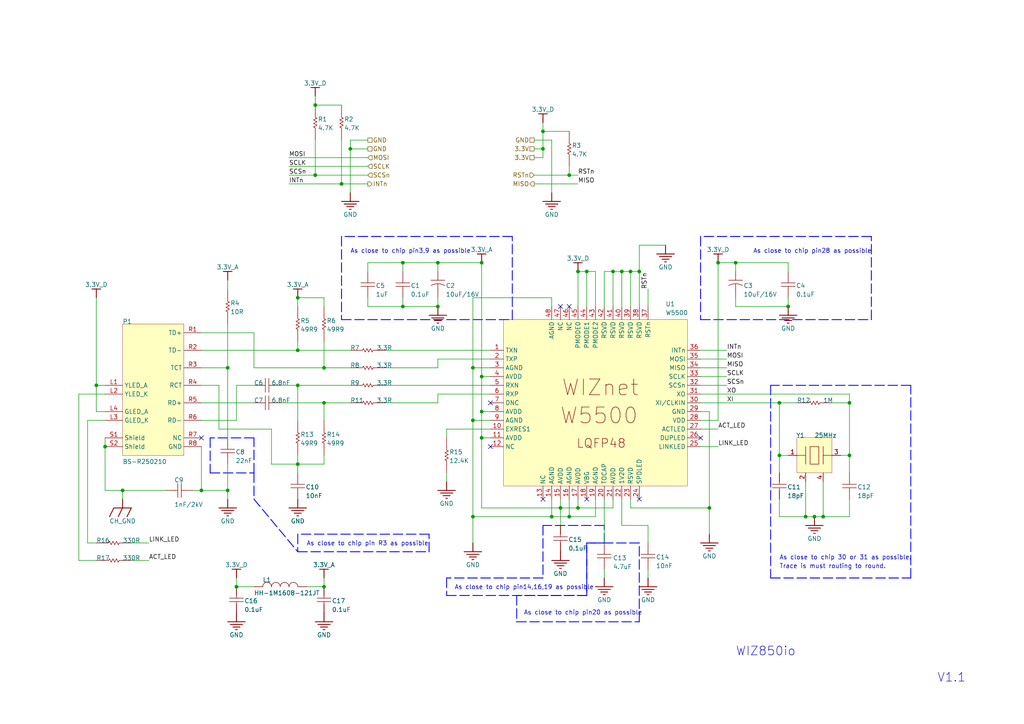
<source format=kicad_sch>
(kicad_sch (version 20250114) (generator "eeschema") (generator_version "9.0")
  (paper "A4")
  (lib_symbols
    (symbol "WIZ850io_SCH_V110-altium-import:3.3V_A_BAR" (power)
      (property "Value" "3.3V_A" (at 0 -3.81 0))
      (symbol "3.3V_A_BAR_0_0"
        (polyline (pts (xy -1.27 -2.54) (xy 1.27 -2.54)) (stroke (width 0.254)))
        (polyline (pts (xy 0 0) (xy 0 -2.54)) (stroke (width 0.254)))
        (pin power_in line (at 0 0 0) (length 0) (hide yes) (name "3.3V_A") (number ""))
      )
    )
    (symbol "WIZ850io_SCH_V110-altium-import:3.3V_D_BAR" (power)
      (property "Value" "3.3V_D" (at 0 -3.81 0))
      (symbol "3.3V_D_BAR_0_0"
        (polyline (pts (xy -1.27 -2.54) (xy 1.27 -2.54)) (stroke (width 0.254)))
        (polyline (pts (xy 0 0) (xy 0 -2.54)) (stroke (width 0.254)))
        (pin power_in line (at 0 0 0) (length 0) (hide yes) (name "3.3V_D") (number ""))
      )
    )
    (symbol "WIZ850io_SCH_V110-altium-import:CH_GND_EARTH" (power)
      (property "Value" "CH_GND" (at 0 -6.35 0))
      (symbol "CH_GND_EARTH_0_0"
        (polyline (pts (xy -3.81 -5.08) (xy -2.54 -2.54) (xy 2.54 -2.54) (xy 1.27 -5.08)) (stroke (width 0.254)))
        (polyline (pts (xy 0 0) (xy 0 -2.54)) (stroke (width 0.254)))
        (polyline (pts (xy 0 -2.54) (xy -1.27 -5.08)) (stroke (width 0.254)))
        (pin power_in line (at 0 0 0) (length 0) (hide yes) (name "CH_GND") (number ""))
      )
    )
    (symbol "WIZ850io_SCH_V110-altium-import:GND_POWER_GROUND" (power)
      (property "Value" "GND" (at 0 -6.35 0))
      (symbol "GND_POWER_GROUND_0_0"
        (polyline (pts (xy -2.54 -2.54) (xy 2.54 -2.54)) (stroke (width 0.254)))
        (polyline (pts (xy -1.778 -3.302) (xy 1.778 -3.302)) (stroke (width 0.254)))
        (polyline (pts (xy -1.016 -4.064) (xy 1.016 -4.064)) (stroke (width 0.254)))
        (polyline (pts (xy -0.254 -4.826) (xy 0.254 -4.826)) (stroke (width 0.254)))
        (polyline (pts (xy 0 0) (xy 0 -2.54)) (stroke (width 0.254)))
        (pin power_in line (at 0 0 0) (length 0) (hide yes) (name "GND") (number ""))
      )
    )
    (symbol "WIZ850io_SCH_V110-altium-import:root_0_CAP-0402_Scott_lib.IntLib" (pin_numbers (hide yes)) (pin_names (hide yes))
      (symbol "root_0_CAP-0402_Scott_lib.IntLib_1_0"
        (polyline (pts (xy 0 -2.54) (xy 0.762 -2.54)))
        (polyline (pts (xy 0.762 -4.572) (xy 0.762 -0.508)))
        (polyline (pts (xy 1.778 -0.508) (xy 1.778 -4.572)))
        (polyline (pts (xy 2.54 -2.54) (xy 1.778 -2.54)))
        (pin passive line (at -2.54 -2.54 0) (length 2.54) (name "1") (number "1"))
        (pin passive line (at 5.08 -2.54 180) (length 2.54) (name "2") (number "2"))
      )
    )
    (symbol "WIZ850io_SCH_V110-altium-import:root_0_IND-0603_Scott_lib.IntLib" (pin_numbers (hide yes)) (pin_names (hide yes))
      (symbol "root_0_IND-0603_Scott_lib.IntLib_1_0"
        (arc (start -3.81 1.27) (mid -2.912 0.898) (end -2.54 0))
        (arc (start -5.08 0) (mid -4.708 0.898) (end -3.81 1.27))
        (arc (start -1.27 1.27) (mid -0.372 0.898) (end 0 0))
        (arc (start -2.54 0) (mid -2.168 0.898) (end -1.27 1.27))
        (arc (start 0 0) (mid 0.372 0.898) (end 1.27 1.27))
        (arc (start 1.27 1.27) (mid 2.168 0.898) (end 2.54 0))
        (arc (start 2.54 0) (mid 2.912 0.898) (end 3.81 1.27))
        (arc (start 3.81 1.27) (mid 4.708 0.898) (end 5.08 0))
        (pin passive line (at -7.62 0 0) (length 2.54) (name "1") (number "1"))
        (pin passive line (at 7.62 0 180) (length 2.54) (name "2") (number "2"))
      )
    )
    (symbol "WIZ850io_SCH_V110-altium-import:root_0_OSC-82J0626-25MHz_Scott_lib.IntLib" (pin_names (hide yes))
      (symbol "root_0_OSC-82J0626-25MHz_Scott_lib.IntLib_1_0"
        (polyline (pts (xy -5.08 2.54) (xy -2.54 2.54) (xy -2.54 5.08) (xy -2.54 0)))
        (polyline (pts (xy -1.27 5.08) (xy -1.27 0) (xy 1.27 0) (xy 1.27 5.08) (xy -1.27 5.08)))
        (polyline (pts (xy 2.54 2.54) (xy 2.54 5.08)))
        (polyline (pts (xy 2.54 2.54) (xy 2.54 0)))
        (polyline (pts (xy 2.54 2.54) (xy 5.08 2.54)))
        (rectangle (start 5.08 7.62) (end -5.08 -2.54) (stroke (width 0.0254) (color 128 0 0 1)) (fill (type background)))
        (pin passive line (at -7.62 2.54 0) (length 2.54) (name "1") (number "1"))
        (pin passive line (at -2.54 -5.08 90) (length 2.54) (name "2") (number "2"))
        (pin passive line (at 2.54 -5.08 90) (length 2.54) (name "4") (number "4"))
        (pin passive line (at 7.62 2.54 180) (length 2.54) (name "3") (number "3"))
      )
    )
    (symbol "WIZ850io_SCH_V110-altium-import:root_0_RES-0402_Scott_lib.IntLib" (pin_numbers (hide yes)) (pin_names (hide yes))
      (symbol "root_0_RES-0402_Scott_lib.IntLib_1_0"
        (polyline (pts (xy 2.54 0) (xy 1.524 0) (xy 1.27 -0.508) (xy 0.762 0.508) (xy 0.254 -0.508) (xy -0.254 0.508) (xy -0.762 -0.508) (xy -1.27 0.508) (xy -1.524 0) (xy -2.54 0)))
        (pin passive line (at -5.08 0 0) (length 2.54) (name "1") (number "1"))
        (pin passive line (at 5.08 0 180) (length 2.54) (name "2") (number "2"))
      )
    )
    (symbol "WIZ850io_SCH_V110-altium-import:root_0_W5500_WIZnet Open-source Hardware Library V1.0.intlib"
      (symbol "root_0_W5500_WIZnet Open-source Hardware Library V1.0.intlib_1_0"
        (rectangle (start 53.34 0) (end 0 -48.26) (stroke (width 0.0254) (color 128 0 0 1)) (fill (type background)))
        (text "LQFP48" (at 35.56 -37.338 0) (effects (font (size 2.54 2.54)) (justify right bottom)))
        (text "W5500" (at 39.116 -30.48 0) (effects (font (size 4.572 4.572)) (justify right bottom)))
        (text "WIZnet" (at 39.37 -22.352 0) (effects (font (size 4.572 4.572)) (justify right bottom)))
        (pin passive line (at -3.81 -8.89 0) (length 3.81) (name "TXN") (number "1"))
        (pin passive line (at -3.81 -11.43 0) (length 3.81) (name "TXP") (number "2"))
        (pin passive line (at -3.81 -13.97 0) (length 3.81) (name "AGND") (number "3"))
        (pin passive line (at -3.81 -16.51 0) (length 3.81) (name "AVDD") (number "4"))
        (pin passive line (at -3.81 -19.05 0) (length 3.81) (name "RXN") (number "5"))
        (pin passive line (at -3.81 -21.59 0) (length 3.81) (name "RXP") (number "6"))
        (pin passive line (at -3.81 -24.13 0) (length 3.81) (name "DNC") (number "7"))
        (pin passive line (at -3.81 -26.67 0) (length 3.81) (name "AVDD") (number "8"))
        (pin passive line (at -3.81 -29.21 0) (length 3.81) (name "AGND") (number "9"))
        (pin passive line (at -3.81 -31.75 0) (length 3.81) (name "EXRES1") (number "10"))
        (pin passive line (at -3.81 -34.29 0) (length 3.81) (name "AVDD") (number "11"))
        (pin passive line (at -3.81 -36.83 0) (length 3.81) (name "NC") (number "12"))
        (pin passive line (at 11.43 -52.07 90) (length 3.81) (name "NC") (number "13"))
        (pin passive line (at 13.97 3.81 270) (length 3.81) (name "AGND") (number "48"))
        (pin passive line (at 13.97 -52.07 90) (length 3.81) (name "AGND") (number "14"))
        (pin passive line (at 16.51 3.81 270) (length 3.81) (name "NC") (number "47"))
        (pin passive line (at 16.51 -52.07 90) (length 3.81) (name "AVDD") (number "15"))
        (pin passive line (at 19.05 3.81 270) (length 3.81) (name "NC") (number "46"))
        (pin passive line (at 19.05 -52.07 90) (length 3.81) (name "AGND") (number "16"))
        (pin passive line (at 21.59 3.81 270) (length 3.81) (name "PMODE0") (number "45"))
        (pin passive line (at 21.59 -52.07 90) (length 3.81) (name "AVDD") (number "17"))
        (pin passive line (at 24.13 3.81 270) (length 3.81) (name "PMODE1") (number "44"))
        (pin passive line (at 24.13 -52.07 90) (length 3.81) (name "VBG") (number "18"))
        (pin passive line (at 26.67 3.81 270) (length 3.81) (name "PMODE2") (number "43"))
        (pin passive line (at 26.67 -52.07 90) (length 3.81) (name "AGND") (number "19"))
        (pin passive line (at 29.21 3.81 270) (length 3.81) (name "RSVD") (number "42"))
        (pin passive line (at 29.21 -52.07 90) (length 3.81) (name "TOCAP") (number "20"))
        (pin passive line (at 31.75 3.81 270) (length 3.81) (name "RSVD") (number "41"))
        (pin passive line (at 31.75 -52.07 90) (length 3.81) (name "AVDD") (number "21"))
        (pin passive line (at 34.29 3.81 270) (length 3.81) (name "RSVD") (number "40"))
        (pin passive line (at 34.29 -52.07 90) (length 3.81) (name "1V2O") (number "22"))
        (pin passive line (at 36.83 3.81 270) (length 3.81) (name "RSVD") (number "39"))
        (pin passive line (at 36.83 -52.07 90) (length 3.81) (name "RSVD") (number "23"))
        (pin passive line (at 39.37 3.81 270) (length 3.81) (name "RSVD") (number "38"))
        (pin passive line (at 39.37 -52.07 90) (length 3.81) (name "SPDLED") (number "24"))
        (pin passive line (at 41.91 3.81 270) (length 3.81) (name "RSTn") (number "37"))
        (pin passive line (at 57.15 -8.89 180) (length 3.81) (name "INTn") (number "36"))
        (pin passive line (at 57.15 -11.43 180) (length 3.81) (name "MOSI") (number "35"))
        (pin passive line (at 57.15 -13.97 180) (length 3.81) (name "MISO") (number "34"))
        (pin passive line (at 57.15 -16.51 180) (length 3.81) (name "SCLK") (number "33"))
        (pin passive line (at 57.15 -19.05 180) (length 3.81) (name "SCSn") (number "32"))
        (pin passive line (at 57.15 -21.59 180) (length 3.81) (name "XO") (number "31"))
        (pin passive line (at 57.15 -24.13 180) (length 3.81) (name "XI/CLKIN") (number "30"))
        (pin passive line (at 57.15 -26.67 180) (length 3.81) (name "GND") (number "29"))
        (pin passive line (at 57.15 -29.21 180) (length 3.81) (name "VDD") (number "28"))
        (pin passive line (at 57.15 -31.75 180) (length 3.81) (name "ACTLED") (number "27"))
        (pin passive line (at 57.15 -34.29 180) (length 3.81) (name "DUPLED") (number "26"))
        (pin passive line (at 57.15 -36.83 180) (length 3.81) (name "LINKLED") (number "25"))
      )
    )
    (symbol "WIZ850io_SCH_V110-altium-import:root_0_mirrored_BS-R250210_Edward.IntLib"
      (symbol "root_0_mirrored_BS-R250210_Edward.IntLib_1_0"
        (rectangle (start 2.54 20.32) (end -15.24 -17.78) (stroke (width 0.0254) (color 128 0 0 1)) (fill (type background)))
        (pin passive line (at -20.32 2.54 0) (length 5.08) (name "YLED_A") (number "L1"))
        (pin passive line (at -20.32 0 0) (length 5.08) (name "YLED_K") (number "L2"))
        (pin passive line (at -20.32 -5.08 0) (length 5.08) (name "GLED_A") (number "L4"))
        (pin passive line (at -20.32 -7.62 0) (length 5.08) (name "GLED_K") (number "L3"))
        (pin passive line (at -20.32 -12.7 0) (length 5.08) (name "Shield") (number "S1"))
        (pin passive line (at -20.32 -15.24 0) (length 5.08) (name "Shield") (number "S2"))
        (pin passive line (at 7.62 17.78 180) (length 5.08) (name "TD+") (number "R1"))
        (pin passive line (at 7.62 12.7 180) (length 5.08) (name "TD-") (number "R2"))
        (pin passive line (at 7.62 7.62 180) (length 5.08) (name "TCT") (number "R3"))
        (pin passive line (at 7.62 2.54 180) (length 5.08) (name "RCT") (number "R4"))
        (pin passive line (at 7.62 -2.54 180) (length 5.08) (name "RD+") (number "R5"))
        (pin passive line (at 7.62 -7.62 180) (length 5.08) (name "RD-") (number "R6"))
        (pin passive line (at 7.62 -12.7 180) (length 5.08) (name "NC") (number "R7"))
        (pin passive line (at 7.62 -15.24 180) (length 5.08) (name "GND") (number "R8"))
      )
    )
    (symbol "WIZ850io_SCH_V110-altium-import:root_1_CAP-0402_Scott_lib.IntLib" (pin_numbers (hide yes)) (pin_names (hide yes))
      (symbol "root_1_CAP-0402_Scott_lib.IntLib_1_0"
        (polyline (pts (xy 0.508 1.778) (xy 4.572 1.778)))
        (polyline (pts (xy 2.54 2.54) (xy 2.54 1.778)))
        (polyline (pts (xy 2.54 0) (xy 2.54 0.762)))
        (polyline (pts (xy 4.572 0.762) (xy 0.508 0.762)))
        (pin passive line (at 2.54 5.08 270) (length 2.54) (name "2") (number "2"))
        (pin passive line (at 2.54 -2.54 90) (length 2.54) (name "1") (number "1"))
      )
    )
    (symbol "WIZ850io_SCH_V110-altium-import:root_1_CAP-0805_Scott_lib.IntLib" (pin_numbers (hide yes)) (pin_names (hide yes))
      (symbol "root_1_CAP-0805_Scott_lib.IntLib_1_0"
        (polyline (pts (xy 0.508 1.778) (xy 4.572 1.778)))
        (polyline (pts (xy 2.54 2.54) (xy 2.54 1.778)))
        (polyline (pts (xy 2.54 0) (xy 2.54 0.762)))
        (polyline (pts (xy 4.572 0.762) (xy 0.508 0.762)))
        (pin passive line (at 2.54 5.08 270) (length 2.54) (name "2") (number "2"))
        (pin passive line (at 2.54 -2.54 90) (length 2.54) (name "1") (number "1"))
      )
    )
    (symbol "WIZ850io_SCH_V110-altium-import:root_1_RES-0402_Scott_lib.IntLib" (pin_numbers (hide yes)) (pin_names (hide yes))
      (symbol "root_1_RES-0402_Scott_lib.IntLib_1_0"
        (polyline (pts (xy 0 2.54) (xy 0 1.524) (xy 0.508 1.27) (xy -0.508 0.762) (xy 0.508 0.254) (xy -0.508 -0.254) (xy 0.508 -0.762) (xy -0.508 -1.27) (xy 0 -1.524) (xy 0 -2.54)))
        (pin passive line (at 0 5.08 270) (length 2.54) (name "2") (number "2"))
        (pin passive line (at 0 -5.08 90) (length 2.54) (name "1") (number "1"))
      )
    )
    (symbol "WIZ850io_SCH_V110-altium-import:root_2_CAP-1808_Scott_lib.IntLib" (pin_numbers (hide yes)) (pin_names (hide yes))
      (symbol "root_2_CAP-1808_Scott_lib.IntLib_1_0"
        (polyline (pts (xy -2.54 2.54) (xy -1.778 2.54)))
        (polyline (pts (xy -1.778 0.508) (xy -1.778 4.572)))
        (polyline (pts (xy -0.762 4.572) (xy -0.762 0.508)))
        (polyline (pts (xy 0 2.54) (xy -0.762 2.54)))
        (pin passive line (at -5.08 2.54 0) (length 2.54) (name "2") (number "2"))
        (pin passive line (at 2.54 2.54 180) (length 2.54) (name "1") (number "1"))
      )
    )
    (symbol "WIZ850io_SCH_V110-altium-import:root_3_CAP-A Size_Scott_lib.IntLib" (pin_numbers (hide yes)) (pin_names (hide yes))
      (symbol "root_3_CAP-A Size_Scott_lib.IntLib_1_0"
        (polyline (pts (xy -4.572 0) (xy -0.508 0)))
        (arc (start -4.5103 -1.5255) (mid -3.5576 -1.1454) (end -2.54 -1.016))
        (polyline (pts (xy -2.54 -1.016) (xy -2.54 -2.54)))
        (arc (start -2.54 -1.016) (mid -1.5225 -1.1454) (end -0.5697 -1.5255))
        (pin passive line (at -2.54 2.54 270) (length 2.54) (name "1") (number "1"))
        (pin passive line (at -2.54 -5.08 90) (length 2.54) (name "2") (number "2"))
      )
    )
  )
  (text "As close to chip pin14,16,19 as possible" (at 131.826 171.196 0) (effects (font (size 1.27 1.27)) (justify left bottom)))
  (text "V1.1" (at 271.78 198.12 0) (effects (font (size 2.54 2.54)) (justify left bottom)))
  (text "As close to chip pin20 as possible" (at 151.892 178.562 0) (effects (font (size 1.27 1.27)) (justify left bottom)))
  (text "As close to chip pin28 as possible" (at 218.44 73.66 0) (effects (font (size 1.27 1.27)) (justify left bottom)))
  (text "As close to chip 30 or 31 as possible." (at 226.06 162.56 0) (effects (font (size 1.27 1.27)) (justify left bottom)))
  (text "Trace is must routing to round." (at 226.06 165.1 0) (effects (font (size 1.27 1.27)) (justify left bottom)))
  (text "As close to chip pin R3 as possible" (at 88.9 158.496 0) (effects (font (size 1.27 1.27)) (justify left bottom)))
  (text "As close to chip pin3,9 as possible" (at 101.6 73.66 0) (effects (font (size 1.27 1.27)) (justify left bottom)))
  (text "WIZ850io" (at 213.36 190.5 0) (effects (font (size 2.54 2.54)) (justify left bottom)))
  (junction (at 66.04 142.24))
  (junction (at 139.7 76.2))
  (junction (at 162.56 147.32))
  (junction (at 35.56 142.24))
  (junction (at 139.7 109.22))
  (junction (at 185.42 78.74))
  (junction (at 91.44 50.8))
  (junction (at 226.06 132.08))
  (junction (at 86.36 101.6))
  (junction (at 167.64 78.74))
  (junction (at 116.84 76.2))
  (junction (at 127 88.9))
  (junction (at 58.42 142.24))
  (junction (at 165.1 50.8))
  (junction (at 86.36 86.36))
  (junction (at 182.88 78.74))
  (junction (at 139.7 127))
  (junction (at 91.44 30.48))
  (junction (at 101.6 43.18))
  (junction (at 205.74 147.32))
  (junction (at 213.36 76.2))
  (junction (at 137.16 149.86))
  (junction (at 68.58 170.18))
  (junction (at 157.48 38.1))
  (junction (at 99.06 53.34))
  (junction (at 93.98 116.84))
  (junction (at 238.76 149.86))
  (junction (at 86.36 111.76))
  (junction (at 177.8 78.74))
  (junction (at 180.34 78.74))
  (junction (at 233.68 149.86))
  (junction (at 226.06 116.84))
  (junction (at 127 76.2))
  (junction (at 93.98 170.18))
  (junction (at 246.38 116.84))
  (junction (at 228.6 88.9))
  (junction (at 27.94 111.76))
  (junction (at 246.38 132.08))
  (junction (at 137.16 121.92))
  (junction (at 157.48 43.18))
  (junction (at 86.36 134.62))
  (junction (at 160.02 149.86))
  (junction (at 208.28 76.2))
  (junction (at 66.04 106.68))
  (junction (at 93.98 106.68))
  (junction (at 116.84 88.9))
  (junction (at 139.7 119.38))
  (junction (at 170.18 78.74))
  (junction (at 137.16 106.68))
  (junction (at 30.48 129.54))
  (junction (at 167.64 147.32))
  (junction (at 165.1 149.86))
  (junction (at 236.22 149.86))
  (no_connect (at 170.18 144.78))
  (no_connect (at 58.42 127))
  (no_connect (at 185.42 144.78))
  (no_connect (at 165.1 88.9))
  (no_connect (at 203.2 127))
  (no_connect (at 162.56 88.9))
  (no_connect (at 157.48 144.78))
  (no_connect (at 142.24 129.54))
  (no_connect (at 142.24 116.84))
  (wire (pts (xy 83.82 48.26) (xy 106.68 48.26)))
  (wire (pts (xy 137.16 86.36) (xy 137.16 106.68)))
  (wire (pts (xy 185.42 78.74) (xy 185.42 71.12)))
  (wire (pts (xy 58.42 129.54) (xy 58.42 142.24)))
  (wire (pts (xy 106.68 43.18) (xy 101.6 43.18)))
  (wire (pts (xy 177.8 78.74) (xy 180.34 78.74)))
  (wire (pts (xy 91.44 27.94) (xy 91.44 30.48)))
  (wire (pts (xy 99.06 40.64) (xy 99.06 53.34)))
  (wire (pts (xy 68.58 121.92) (xy 58.42 121.92)))
  (wire (pts (xy 238.76 149.86) (xy 246.38 149.86)))
  (wire (pts (xy 106.68 40.64) (xy 101.6 40.64)))
  (wire (pts (xy 101.6 43.18) (xy 101.6 55.88)))
  (wire (pts (xy 162.56 147.32) (xy 139.7 147.32)))
  (wire (pts (xy 226.06 149.86) (xy 226.06 144.78)))
  (polyline (pts (xy 124.46 160.02) (xy 124.46 154.94)) (stroke (width 0.254) (type dash) (color 0 0 255 1)))
  (wire (pts (xy 236.22 149.86) (xy 238.76 149.86)))
  (wire (pts (xy 30.48 142.24) (xy 35.56 142.24)))
  (wire (pts (xy 81.28 116.84) (xy 93.98 116.84)))
  (wire (pts (xy 137.16 121.92) (xy 137.16 149.86)))
  (wire (pts (xy 25.4 157.48) (xy 27.94 157.48)))
  (wire (pts (xy 63.5 111.76) (xy 63.5 124.46)))
  (wire (pts (xy 246.38 116.84) (xy 246.38 132.08)))
  (wire (pts (xy 86.36 121.92) (xy 86.36 111.76)))
  (wire (pts (xy 116.84 86.36) (xy 116.84 88.9)))
  (wire (pts (xy 38.1 157.48) (xy 43.18 157.48)))
  (wire (pts (xy 142.24 106.68) (xy 137.16 106.68)))
  (wire (pts (xy 86.36 86.36) (xy 93.98 86.36)))
  (wire (pts (xy 187.96 152.4) (xy 187.96 157.48)))
  (wire (pts (xy 177.8 144.78) (xy 177.8 147.32)))
  (wire (pts (xy 170.18 78.74) (xy 172.72 78.74)))
  (wire (pts (xy 246.38 132.08) (xy 246.38 137.16)))
  (wire (pts (xy 208.28 121.92) (xy 208.28 76.2)))
  (wire (pts (xy 226.06 116.84) (xy 231.14 116.84)))
  (polyline (pts (xy 175.26 157.48) (xy 175.26 152.4)) (stroke (width 0.254) (type dash) (color 0 0 255 1)))
  (polyline (pts (xy 99.06 68.58) (xy 99.06 92.71)) (stroke (width 0.254) (type dash) (color 0 0 255 1)))
  (wire (pts (xy 86.36 111.76) (xy 81.28 111.76)))
  (wire (pts (xy 187.96 167.64) (xy 187.96 165.1)))
  (wire (pts (xy 38.1 162.56) (xy 43.18 162.56)))
  (wire (pts (xy 185.42 71.12) (xy 193.04 71.12)))
  (wire (pts (xy 185.42 78.74) (xy 185.42 88.9)))
  (polyline (pts (xy 252.73 92.71) (xy 252.73 68.58)) (stroke (width 0.254) (type dash) (color 0 0 255 1)))
  (wire (pts (xy 99.06 53.34) (xy 106.68 53.34)))
  (wire (pts (xy 162.56 152.4) (xy 162.56 147.32)))
  (polyline (pts (xy 170.18 172.72) (xy 170.18 157.48)) (stroke (width 0.254) (type dash) (color 0 0 255 1)))
  (wire (pts (xy 91.44 50.8) (xy 106.68 50.8)))
  (wire (pts (xy 142.24 114.3) (xy 127 114.3)))
  (wire (pts (xy 93.98 106.68) (xy 73.66 106.68)))
  (polyline (pts (xy 264.16 111.76) (xy 223.52 111.76)) (stroke (width 0.254) (type dash) (color 0 0 255 1)))
  (wire (pts (xy 167.64 147.32) (xy 167.64 144.78)))
  (polyline (pts (xy 185.42 180.34) (xy 185.42 157.48)) (stroke (width 0.254) (type dash) (color 0 0 255 1)))
  (wire (pts (xy 241.3 116.84) (xy 246.38 116.84)))
  (wire (pts (xy 165.1 149.86) (xy 160.02 149.86)))
  (polyline (pts (xy 149.86 172.72) (xy 149.86 180.34)) (stroke (width 0.254) (type dash) (color 0 0 255 1)))
  (polyline (pts (xy 170.18 157.48) (xy 170.18 172.72)) (stroke (width 0.254) (type dash) (color 0 0 255 1)))
  (wire (pts (xy 172.72 144.78) (xy 172.72 149.86)))
  (polyline (pts (xy 203.2 68.58) (xy 203.2 92.71)) (stroke (width 0.254) (type dash) (color 0 0 255 1)))
  (wire (pts (xy 127 114.3) (xy 127 116.84)))
  (wire (pts (xy 203.2 124.46) (xy 208.28 124.46)))
  (polyline (pts (xy 264.16 167.64) (xy 264.16 111.76)) (stroke (width 0.254) (type dash) (color 0 0 255 1)))
  (wire (pts (xy 93.98 86.36) (xy 93.98 88.9)))
  (wire (pts (xy 68.58 167.64) (xy 68.58 170.18)))
  (wire (pts (xy 203.2 121.92) (xy 208.28 121.92)))
  (wire (pts (xy 30.48 121.92) (xy 25.4 121.92)))
  (polyline (pts (xy 203.2 92.71) (xy 252.73 92.71)) (stroke (width 0.254) (type dash) (color 0 0 255 1)))
  (wire (pts (xy 63.5 124.46) (xy 78.74 124.46)))
  (polyline (pts (xy 60.96 137.16) (xy 73.66 137.16)) (stroke (width 0.254) (type dash) (color 0 0 255 1)))
  (wire (pts (xy 83.82 50.8) (xy 91.44 50.8)))
  (wire (pts (xy 203.2 116.84) (xy 226.06 116.84)))
  (wire (pts (xy 226.06 116.84) (xy 226.06 132.08)))
  (wire (pts (xy 73.66 116.84) (xy 58.42 116.84)))
  (wire (pts (xy 205.74 147.32) (xy 205.74 154.94)))
  (wire (pts (xy 83.82 53.34) (xy 99.06 53.34)))
  (wire (pts (xy 172.72 78.74) (xy 172.72 88.9)))
  (wire (pts (xy 139.7 147.32) (xy 139.7 127)))
  (wire (pts (xy 139.7 119.38) (xy 139.7 109.22)))
  (wire (pts (xy 88.9 170.18) (xy 93.98 170.18)))
  (wire (pts (xy 213.36 88.9) (xy 228.6 88.9)))
  (wire (pts (xy 27.94 111.76) (xy 27.94 86.36)))
  (wire (pts (xy 106.68 88.9) (xy 106.68 86.36)))
  (wire (pts (xy 246.38 149.86) (xy 246.38 144.78)))
  (wire (pts (xy 66.04 106.68) (xy 66.04 93.98)))
  (wire (pts (xy 73.66 111.76) (xy 68.58 111.76)))
  (wire (pts (xy 116.84 76.2) (xy 106.68 76.2)))
  (wire (pts (xy 203.2 101.6) (xy 210.82 101.6)))
  (wire (pts (xy 226.06 137.16) (xy 226.06 132.08)))
  (wire (pts (xy 203.2 104.14) (xy 210.82 104.14)))
  (wire (pts (xy 27.94 111.76) (xy 30.48 111.76)))
  (wire (pts (xy 127 104.14) (xy 127 106.68)))
  (wire (pts (xy 175.26 88.9) (xy 175.26 78.74)))
  (wire (pts (xy 142.24 127) (xy 139.7 127)))
  (polyline (pts (xy 149.86 180.34) (xy 185.42 180.34)) (stroke (width 0.254) (type dash) (color 0 0 255 1)))
  (polyline (pts (xy 124.46 154.94) (xy 86.36 154.94)) (stroke (width 0.254) (type dash) (color 0 0 255 1)))
  (wire (pts (xy 139.7 127) (xy 139.7 119.38)))
  (wire (pts (xy 127 88.9) (xy 127 86.36)))
  (wire (pts (xy 66.04 106.68) (xy 66.04 127)))
  (wire (pts (xy 162.56 144.78) (xy 162.56 147.32)))
  (wire (pts (xy 127 116.84) (xy 111.76 116.84)))
  (polyline (pts (xy 185.42 157.48) (xy 170.18 157.48)) (stroke (width 0.254) (type dash) (color 0 0 255 1)))
  (wire (pts (xy 203.2 109.22) (xy 210.82 109.22)))
  (wire (pts (xy 66.04 142.24) (xy 66.04 144.78)))
  (wire (pts (xy 170.18 88.9) (xy 170.18 78.74)))
  (polyline (pts (xy 73.66 144.78) (xy 86.36 160.02)) (stroke (width 0.254) (type dash) (color 0 0 255 1)))
  (polyline (pts (xy 60.96 127) (xy 60.96 137.16)) (stroke (width 0.254) (type dash) (color 0 0 255 1)))
  (wire (pts (xy 66.04 142.24) (xy 66.04 134.62)))
  (wire (pts (xy 228.6 86.36) (xy 228.6 88.9)))
  (wire (pts (xy 226.06 132.08) (xy 228.6 132.08)))
  (wire (pts (xy 35.56 144.78) (xy 35.56 142.24)))
  (wire (pts (xy 101.6 40.64) (xy 101.6 43.18)))
  (wire (pts (xy 22.86 114.3) (xy 22.86 162.56)))
  (wire (pts (xy 175.26 165.1) (xy 175.26 167.64)))
  (wire (pts (xy 233.68 149.86) (xy 226.06 149.86)))
  (wire (pts (xy 160.02 86.36) (xy 137.16 86.36)))
  (wire (pts (xy 25.4 121.92) (xy 25.4 157.48)))
  (wire (pts (xy 78.74 134.62) (xy 86.36 134.62)))
  (wire (pts (xy 91.44 40.64) (xy 91.44 50.8)))
  (polyline (pts (xy 170.18 172.72) (xy 149.86 172.72)) (stroke (width 0.254) (type dash) (color 0 0 255 1)))
  (wire (pts (xy 58.42 142.24) (xy 66.04 142.24)))
  (wire (pts (xy 154.94 53.34) (xy 167.64 53.34)))
  (wire (pts (xy 203.2 111.76) (xy 210.82 111.76)))
  (wire (pts (xy 86.36 88.9) (xy 86.36 86.36)))
  (wire (pts (xy 180.34 78.74) (xy 180.34 88.9)))
  (polyline (pts (xy 73.66 127) (xy 60.96 127)) (stroke (width 0.254) (type dash) (color 0 0 255 1)))
  (polyline (pts (xy 99.06 92.71) (xy 148.59 92.71)) (stroke (width 0.254) (type dash) (color 0 0 255 1)))
  (wire (pts (xy 101.6 116.84) (xy 93.98 116.84)))
  (wire (pts (xy 30.48 129.54) (xy 30.48 142.24)))
  (wire (pts (xy 160.02 144.78) (xy 160.02 149.86)))
  (polyline (pts (xy 223.52 167.64) (xy 264.16 167.64)) (stroke (width 0.254) (type dash) (color 0 0 255 1)))
  (polyline (pts (xy 223.52 111.76) (xy 223.52 167.64)) (stroke (width 0.254) (type dash) (color 0 0 255 1)))
  (wire (pts (xy 172.72 149.86) (xy 165.1 149.86)))
  (wire (pts (xy 78.74 124.46) (xy 78.74 134.62)))
  (wire (pts (xy 238.76 139.7) (xy 238.76 149.86)))
  (polyline (pts (xy 157.48 167.64) (xy 129.54 167.64)) (stroke (width 0.254) (type dash) (color 0 0 255 1)))
  (wire (pts (xy 129.54 124.46) (xy 129.54 127)))
  (polyline (pts (xy 73.66 137.16) (xy 73.66 127)) (stroke (width 0.254) (type dash) (color 0 0 255 1)))
  (polyline (pts (xy 129.54 172.72) (xy 170.18 172.72)) (stroke (width 0.254) (type dash) (color 0 0 255 1)))
  (wire (pts (xy 142.24 119.38) (xy 139.7 119.38)))
  (wire (pts (xy 93.98 116.84) (xy 93.98 121.92)))
  (polyline (pts (xy 252.73 68.58) (xy 203.2 68.58)) (stroke (width 0.254) (type dash) (color 0 0 255 1)))
  (wire (pts (xy 86.36 134.62) (xy 93.98 134.62)))
  (wire (pts (xy 137.16 106.68) (xy 137.16 121.92)))
  (wire (pts (xy 243.84 132.08) (xy 246.38 132.08)))
  (wire (pts (xy 106.68 45.72) (xy 83.82 45.72)))
  (wire (pts (xy 86.36 132.08) (xy 86.36 134.62)))
  (wire (pts (xy 233.68 139.7) (xy 233.68 149.86)))
  (wire (pts (xy 203.2 114.3) (xy 246.38 114.3)))
  (wire (pts (xy 180.34 144.78) (xy 180.34 152.4)))
  (wire (pts (xy 167.64 88.9) (xy 167.64 78.74)))
  (wire (pts (xy 86.36 137.16) (xy 86.36 134.62)))
  (wire (pts (xy 58.42 106.68) (xy 66.04 106.68)))
  (polyline (pts (xy 148.59 68.58) (xy 99.06 68.58)) (stroke (width 0.254) (type dash) (color 0 0 255 1)))
  (wire (pts (xy 116.84 78.74) (xy 116.84 76.2)))
  (polyline (pts (xy 86.36 154.94) (xy 86.36 160.02)) (stroke (width 0.254) (type dash) (color 0 0 255 1)))
  (wire (pts (xy 55.88 142.24) (xy 58.42 142.24)))
  (wire (pts (xy 137.16 149.86) (xy 137.16 157.48)))
  (wire (pts (xy 180.34 78.74) (xy 182.88 78.74)))
  (wire (pts (xy 246.38 116.84) (xy 246.38 114.3)))
  (polyline (pts (xy 129.54 167.64) (xy 129.54 172.72)) (stroke (width 0.254) (type dash) (color 0 0 255 1)))
  (wire (pts (xy 22.86 162.56) (xy 27.94 162.56)))
  (wire (pts (xy 213.36 86.36) (xy 213.36 88.9)))
  (wire (pts (xy 167.64 78.74) (xy 170.18 78.74)))
  (wire (pts (xy 165.1 50.8) (xy 167.64 50.8)))
  (wire (pts (xy 160.02 88.9) (xy 160.02 86.36)))
  (wire (pts (xy 177.8 147.32) (xy 167.64 147.32)))
  (wire (pts (xy 180.34 152.4) (xy 187.96 152.4)))
  (wire (pts (xy 127 106.68) (xy 111.76 106.68)))
  (wire (pts (xy 157.48 43.18) (xy 157.48 38.1)))
  (wire (pts (xy 142.24 101.6) (xy 111.76 101.6)))
  (wire (pts (xy 203.2 106.68) (xy 210.82 106.68)))
  (wire (pts (xy 86.36 101.6) (xy 58.42 101.6)))
  (wire (pts (xy 127 78.74) (xy 127 76.2)))
  (wire (pts (xy 177.8 78.74) (xy 177.8 88.9)))
  (wire (pts (xy 182.88 144.78) (xy 182.88 147.32)))
  (wire (pts (xy 106.68 76.2) (xy 106.68 78.74)))
  (wire (pts (xy 142.24 111.76) (xy 111.76 111.76)))
  (wire (pts (xy 213.36 78.74) (xy 213.36 76.2)))
  (wire (pts (xy 27.94 119.38) (xy 27.94 111.76)))
  (wire (pts (xy 116.84 88.9) (xy 106.68 88.9)))
  (wire (pts (xy 160.02 149.86) (xy 137.16 149.86)))
  (wire (pts (xy 154.94 43.18) (xy 157.48 43.18)))
  (wire (pts (xy 68.58 170.18) (xy 73.66 170.18)))
  (wire (pts (xy 30.48 119.38) (xy 27.94 119.38)))
  (polyline (pts (xy 157.48 152.4) (xy 157.48 167.64)) (stroke (width 0.254) (type dash) (color 0 0 255 1)))
  (wire (pts (xy 93.98 134.62) (xy 93.98 132.08)))
  (wire (pts (xy 182.88 78.74) (xy 182.88 88.9)))
  (wire (pts (xy 139.7 109.22) (xy 139.7 76.2)))
  (wire (pts (xy 154.94 40.64) (xy 160.02 40.64)))
  (polyline (pts (xy 170.18 157.48) (xy 175.26 157.48)) (stroke (width 0.254) (type dash) (color 0 0 255 1)))
  (wire (pts (xy 35.56 142.24) (xy 48.26 142.24)))
  (wire (pts (xy 157.48 38.1) (xy 157.48 35.56)))
  (wire (pts (xy 93.98 106.68) (xy 101.6 106.68)))
  (wire (pts (xy 73.66 96.52) (xy 58.42 96.52)))
  (wire (pts (xy 116.84 76.2) (xy 127 76.2)))
  (wire (pts (xy 129.54 137.16) (xy 129.54 139.7)))
  (polyline (pts (xy 86.36 160.02) (xy 124.46 160.02)) (stroke (width 0.254) (type dash) (color 0 0 255 1)))
  (polyline (pts (xy 175.26 152.4) (xy 157.48 152.4)) (stroke (width 0.254) (type dash) (color 0 0 255 1)))
  (wire (pts (xy 165.1 144.78) (xy 165.1 149.86)))
  (wire (pts (xy 233.68 149.86) (xy 236.22 149.86)))
  (wire (pts (xy 101.6 101.6) (xy 86.36 101.6)))
  (wire (pts (xy 142.24 124.46) (xy 129.54 124.46)))
  (wire (pts (xy 203.2 119.38) (xy 205.74 119.38)))
  (wire (pts (xy 86.36 99.06) (xy 86.36 101.6)))
  (wire (pts (xy 68.58 111.76) (xy 68.58 121.92)))
  (wire (pts (xy 116.84 88.9) (xy 127 88.9)))
  (wire (pts (xy 93.98 170.18) (xy 93.98 167.64)))
  (wire (pts (xy 142.24 121.92) (xy 137.16 121.92)))
  (wire (pts (xy 165.1 48.26) (xy 165.1 50.8)))
  (wire (pts (xy 93.98 99.06) (xy 93.98 106.68)))
  (wire (pts (xy 86.36 111.76) (xy 101.6 111.76)))
  (wire (pts (xy 175.26 78.74) (xy 177.8 78.74)))
  (wire (pts (xy 66.04 83.82) (xy 66.04 81.28)))
  (wire (pts (xy 91.44 30.48) (xy 99.06 30.48)))
  (wire (pts (xy 30.48 127) (xy 30.48 129.54)))
  (polyline (pts (xy 73.66 137.16) (xy 73.66 144.78)) (stroke (width 0.254) (type dash) (color 0 0 255 1)))
  (wire (pts (xy 228.6 76.2) (xy 228.6 78.74)))
  (wire (pts (xy 182.88 147.32) (xy 205.74 147.32)))
  (wire (pts (xy 30.48 114.3) (xy 22.86 114.3)))
  (polyline (pts (xy 148.59 92.71) (xy 148.59 68.58)) (stroke (width 0.254) (type dash) (color 0 0 255 1)))
  (wire (pts (xy 175.26 157.48) (xy 175.26 144.78)))
  (wire (pts (xy 73.66 106.68) (xy 73.66 96.52)))
  (wire (pts (xy 142.24 109.22) (xy 139.7 109.22)))
  (wire (pts (xy 157.48 45.72) (xy 157.48 43.18)))
  (wire (pts (xy 58.42 111.76) (xy 63.5 111.76)))
  (wire (pts (xy 182.88 78.74) (xy 185.42 78.74)))
  (wire (pts (xy 162.56 147.32) (xy 167.64 147.32)))
  (wire (pts (xy 127 76.2) (xy 139.7 76.2)))
  (wire (pts (xy 165.1 38.1) (xy 157.48 38.1)))
  (wire (pts (xy 160.02 40.64) (xy 160.02 55.88)))
  (wire (pts (xy 154.94 45.72) (xy 157.48 45.72)))
  (wire (pts (xy 187.96 83.82) (xy 187.96 88.9)))
  (wire (pts (xy 205.74 119.38) (xy 205.74 147.32)))
  (wire (pts (xy 154.94 50.8) (xy 165.1 50.8)))
  (wire (pts (xy 213.36 76.2) (xy 208.28 76.2)))
  (wire (pts (xy 213.36 76.2) (xy 228.6 76.2)))
  (wire (pts (xy 142.24 104.14) (xy 127 104.14)))
  (wire (pts (xy 203.2 129.54) (xy 208.28 129.54)))
  (label "SCLK" (at 83.82 48.26 0))
  (label "INTn" (at 83.82 53.34 0))
  (label "ACT_LED" (at 43.18 162.56 0))
  (label "XI" (at 210.82 116.84 0))
  (label "ACT_LED" (at 208.28 124.46 0))
  (label "XO" (at 210.82 114.3 0))
  (label "RSTn" (at 167.64 50.8 0))
  (label "MOSI" (at 210.82 104.14 0))
  (label "MISO" (at 167.64 53.34 0))
  (label "SCSn" (at 83.82 50.8 0))
  (label "LINK_LED" (at 43.18 157.48 0))
  (label "MOSI" (at 83.82 45.72 0))
  (label "MISO" (at 210.82 106.68 0))
  (label "RSTn" (at 187.96 83.82 90))
  (label "SCLK" (at 210.82 109.22 0))
  (label "INTn" (at 210.82 101.6 0))
  (label "SCSn" (at 210.82 111.76 0))
  (label "LINK_LED" (at 208.28 129.54 0))
  (hierarchical_label "GND" (shape passive) (at 106.68 40.64 0))
  (hierarchical_label "MOSI" (shape input) (at 106.68 45.72 0))
  (hierarchical_label "SCSn" (shape input) (at 106.68 50.8 0))
  (hierarchical_label "3.3V" (shape passive) (at 154.94 43.18 180))
  (hierarchical_label "GND" (shape passive) (at 106.68 43.18 0))
  (hierarchical_label "SCLK" (shape input) (at 106.68 48.26 0))
  (hierarchical_label "RSTn" (shape input) (at 154.94 50.8 180))
  (hierarchical_label "3.3V" (shape passive) (at 154.94 45.72 180))
  (hierarchical_label "GND" (shape passive) (at 154.94 40.64 180))
  (hierarchical_label "INTn" (shape output) (at 106.68 53.34 0))
  (hierarchical_label "MISO" (shape output) (at 154.94 53.34 180))
  (symbol (lib_id "WIZ850io_SCH_V110-altium-import:root_0_RES-0402_Scott_lib.IntLib") (at 106.68 116.84 0) (unit 1)
    (property "Reference" "R11" (at 101.6 116.84 0) (effects (justify left bottom)))
    (property "Value" "3.3R" (at 109.22 116.84 0) (effects (justify left bottom)))
    (property "Footprint" "RES-0402" (effects (hide yes)))
    (property "Description" "RES-0402" (effects (hide yes)))
  )
  (symbol (lib_id "WIZ850io_SCH_V110-altium-import:GND_POWER_GROUND") (at 137.16 157.48 0) (unit 1)
    (property "Reference" "#PWR?" (effects (hide yes)))
    (property "Value" "GND" (at 137.16 163.83 0))
  )
  (symbol (lib_id "WIZ850io_SCH_V110-altium-import:root_0_RES-0402_Scott_lib.IntLib") (at 106.68 101.6 0) (unit 1)
    (property "Reference" "R7" (at 101.6 101.6 0) (effects (justify left bottom)))
    (property "Value" "3.3R" (at 109.22 101.6 0) (effects (justify left bottom)))
    (property "Footprint" "RES-0402" (effects (hide yes)))
    (property "Description" "RES-0402" (effects (hide yes)))
  )
  (symbol (lib_id "WIZ850io_SCH_V110-altium-import:3.3V_A_BAR") (at 139.7 76.2 180) (unit 1)
    (property "Reference" "#PWR?" (effects (hide yes)))
    (property "Value" "3.3V_A" (at 139.7 72.39 0))
  )
  (symbol (lib_id "WIZ850io_SCH_V110-altium-import:root_1_RES-0402_Scott_lib.IntLib") (at 86.36 127 0) (unit 1)
    (property "Reference" "R13" (at 87.122 126.746 0) (effects (justify left bottom)))
    (property "Value" "49R9" (at 87.122 129.286 0) (effects (justify left bottom)))
    (property "Footprint" "RES-0402" (effects (hide yes)))
    (property "Description" "RES-0402" (effects (hide yes)))
  )
  (symbol (lib_id "WIZ850io_SCH_V110-altium-import:GND_POWER_GROUND") (at 68.58 177.8 0) (unit 1)
    (property "Reference" "#PWR?" (effects (hide yes)))
    (property "Value" "GND" (at 68.58 184.15 0))
  )
  (symbol (lib_id "WIZ850io_SCH_V110-altium-import:root_0_IND-0603_Scott_lib.IntLib") (at 81.28 170.18 0) (unit 1)
    (property "Reference" "L1" (at 76.2 168.91 0) (effects (justify left bottom)))
    (property "Value" "HH-1M1608-121JT" (at 73.66 172.72 0) (effects (justify left bottom)))
    (property "Footprint" "IND-0603" (effects (hide yes)))
    (property "Description" "Inductor 0603(1608)" (effects (hide yes)))
  )
  (symbol (lib_id "WIZ850io_SCH_V110-altium-import:root_1_CAP-0402_Scott_lib.IntLib") (at 66.04 175.26 0) (unit 1)
    (property "Reference" "C16" (at 70.866 175.006 0) (effects (justify left bottom)))
    (property "Value" "0.1uF" (at 70.866 177.546 0) (effects (justify left bottom)))
    (property "Footprint" "CAP-0402" (effects (hide yes)))
    (property "Description" "Ceramic CAP 0402(1005)" (effects (hide yes)))
  )
  (symbol (lib_id "WIZ850io_SCH_V110-altium-import:root_0_OSC-82J0626-25MHz_Scott_lib.IntLib") (at 236.22 134.62 0) (unit 1)
    (property "Reference" "Y1" (at 230.886 127 0) (effects (justify left bottom)))
    (property "Value" "25MHz" (at 236.22 127 0) (effects (justify left bottom)))
    (property "Footprint" "OSC-82J0626" (effects (hide yes)))
    (property "Description" "X-tal 25MHz,3.2x2.5 SMD, CL=18pF" (effects (hide yes)))
  )
  (symbol (lib_id "WIZ850io_SCH_V110-altium-import:root_2_CAP-1808_Scott_lib.IntLib") (at 53.34 144.78 0) (unit 1)
    (property "Reference" "C9" (at 50.546 139.954 0) (effects (justify left bottom)))
    (property "Value" "1nF/2kV" (at 50.546 147.066 0) (effects (justify left bottom)))
    (property "Footprint" "CAP-1808" (effects (hide yes)))
    (property "Description" "Ceramic CAP 1808(4520)" (effects (hide yes)))
  )
  (symbol (lib_id "WIZ850io_SCH_V110-altium-import:root_1_RES-0402_Scott_lib.IntLib") (at 91.44 35.56 0) (unit 1)
    (property "Reference" "R1" (at 92.202 35.306 0) (effects (justify left bottom)))
    (property "Value" "4.7K" (at 92.202 37.846 0) (effects (justify left bottom)))
    (property "Footprint" "RES-0402" (effects (hide yes)))
    (property "Description" "RES-0402" (effects (hide yes)))
  )
  (symbol (lib_id "WIZ850io_SCH_V110-altium-import:root_1_RES-0402_Scott_lib.IntLib") (at 93.98 127 0) (unit 1)
    (property "Reference" "R14" (at 94.742 126.746 0) (effects (justify left bottom)))
    (property "Value" "49R9" (at 94.742 129.286 0) (effects (justify left bottom)))
    (property "Footprint" "RES-0402" (effects (hide yes)))
    (property "Description" "RES-0402" (effects (hide yes)))
  )
  (symbol (lib_id "WIZ850io_SCH_V110-altium-import:3.3V_D_BAR") (at 157.48 35.56 180) (unit 1)
    (property "Reference" "#PWR?" (effects (hide yes)))
    (property "Value" "3.3V_D" (at 157.48 31.75 0))
  )
  (symbol (lib_id "WIZ850io_SCH_V110-altium-import:3.3V_D_BAR") (at 68.58 167.64 180) (unit 1)
    (property "Reference" "#PWR?" (effects (hide yes)))
    (property "Value" "3.3V_D" (at 68.58 163.83 0))
  )
  (symbol (lib_id "WIZ850io_SCH_V110-altium-import:GND_POWER_GROUND") (at 160.02 55.88 0) (unit 1)
    (property "Reference" "#PWR?" (effects (hide yes)))
    (property "Value" "GND" (at 160.02 62.23 0))
  )
  (symbol (lib_id "WIZ850io_SCH_V110-altium-import:root_0_RES-0402_Scott_lib.IntLib") (at 236.22 116.84 0) (unit 1)
    (property "Reference" "R12" (at 231.14 116.84 0) (effects (justify left bottom)))
    (property "Value" "1M" (at 238.76 116.84 0) (effects (justify left bottom)))
    (property "Footprint" "RES-0402" (effects (hide yes)))
    (property "Description" "RES-0402" (effects (hide yes)))
  )
  (symbol (lib_id "WIZ850io_SCH_V110-altium-import:root_0_RES-0402_Scott_lib.IntLib") (at 33.02 162.56 0) (unit 1)
    (property "Reference" "R17" (at 27.94 162.56 0) (effects (justify left bottom)))
    (property "Value" "330R" (at 35.56 162.56 0) (effects (justify left bottom)))
    (property "Footprint" "RES-0402" (effects (hide yes)))
    (property "Description" "RES-0402" (effects (hide yes)))
  )
  (symbol (lib_id "WIZ850io_SCH_V110-altium-import:root_0_CAP-0402_Scott_lib.IntLib") (at 76.2 114.3 0) (unit 1)
    (property "Reference" "C7" (at 73.66 116.84 0) (effects (justify left bottom)))
    (property "Value" "6.8nF" (at 78.74 116.84 0) (effects (justify left bottom)))
    (property "Footprint" "CAP-0402" (effects (hide yes)))
    (property "Description" "Ceramic CAP 0402(1005)" (effects (hide yes)))
  )
  (symbol (lib_id "WIZ850io_SCH_V110-altium-import:root_0_mirrored_BS-R250210_Edward.IntLib") (at 50.8 114.3 0) (unit 1)
    (property "Reference" "P1" (at 35.56 93.98 0) (effects (justify left bottom)))
    (property "Value" "BS-R250210" (at 35.56 134.62 0) (effects (justify left bottom)))
    (property "Footprint" "BS-R250210" (effects (hide yes)))
    (property "Description" "BS-R250210" (effects (hide yes)))
  )
  (symbol (lib_id "WIZ850io_SCH_V110-altium-import:root_1_CAP-0402_Scott_lib.IntLib") (at 160.02 157.48 0) (unit 1)
    (property "Reference" "C15" (at 164.846 157.226 0) (effects (justify left bottom)))
    (property "Value" "0.1uF" (at 164.846 159.766 0) (effects (justify left bottom)))
    (property "Footprint" "CAP-0402" (effects (hide yes)))
    (property "Description" "Ceramic CAP 0402(1005)" (effects (hide yes)))
  )
  (symbol (lib_id "WIZ850io_SCH_V110-altium-import:root_1_CAP-0402_Scott_lib.IntLib") (at 104.14 83.82 0) (unit 1)
    (property "Reference" "C5" (at 108.966 83.566 0) (effects (justify left bottom)))
    (property "Value" "1uF" (at 108.966 86.106 0) (effects (justify left bottom)))
    (property "Footprint" "CAP-0402" (effects (hide yes)))
    (property "Description" "Ceramic CAP 0402(1005)" (effects (hide yes)))
  )
  (symbol (lib_id "WIZ850io_SCH_V110-altium-import:GND_POWER_GROUND") (at 236.22 149.86 0) (unit 1)
    (property "Reference" "#PWR?" (effects (hide yes)))
    (property "Value" "GND" (at 236.22 156.21 0))
  )
  (symbol (lib_id "WIZ850io_SCH_V110-altium-import:root_1_RES-0402_Scott_lib.IntLib") (at 99.06 35.56 0) (unit 1)
    (property "Reference" "R2" (at 99.822 35.306 0) (effects (justify left bottom)))
    (property "Value" "4.7K" (at 99.822 37.846 0) (effects (justify left bottom)))
    (property "Footprint" "RES-0402" (effects (hide yes)))
    (property "Description" "RES-0402" (effects (hide yes)))
  )
  (symbol (lib_id "WIZ850io_SCH_V110-altium-import:root_1_CAP-0402_Scott_lib.IntLib") (at 83.82 142.24 0) (unit 1)
    (property "Reference" "C10" (at 88.646 141.986 0) (effects (justify left bottom)))
    (property "Value" "10nF" (at 88.646 144.526 0) (effects (justify left bottom)))
    (property "Footprint" "CAP-0402" (effects (hide yes)))
    (property "Description" "Ceramic CAP 0402(1005)" (effects (hide yes)))
  )
  (symbol (lib_id "WIZ850io_SCH_V110-altium-import:3.3V_D_BAR") (at 167.64 78.74 180) (unit 1)
    (property "Reference" "#PWR?" (effects (hide yes)))
    (property "Value" "3.3V_D" (at 167.64 74.93 0))
  )
  (symbol (lib_id "WIZ850io_SCH_V110-altium-import:3.3V_A_BAR") (at 93.98 167.64 180) (unit 1)
    (property "Reference" "#PWR0130" (effects (hide yes)))
    (property "Value" "3.3V_A" (at 93.98 163.83 0))
  )
  (symbol (lib_id "WIZ850io_SCH_V110-altium-import:GND_POWER_GROUND") (at 175.26 167.64 0) (unit 1)
    (property "Reference" "#PWR?" (effects (hide yes)))
    (property "Value" "GND" (at 175.26 173.99 0))
  )
  (symbol (lib_id "WIZ850io_SCH_V110-altium-import:GND_POWER_GROUND") (at 187.96 167.64 0) (unit 1)
    (property "Reference" "#PWR?" (effects (hide yes)))
    (property "Value" "GND" (at 187.96 173.99 0))
  )
  (symbol (lib_id "WIZ850io_SCH_V110-altium-import:GND_POWER_GROUND") (at 101.6 55.88 0) (unit 1)
    (property "Reference" "#PWR?" (effects (hide yes)))
    (property "Value" "GND" (at 101.6 62.23 0))
  )
  (symbol (lib_id "WIZ850io_SCH_V110-altium-import:root_1_CAP-0402_Scott_lib.IntLib") (at 91.44 175.26 0) (unit 1)
    (property "Reference" "C17" (at 96.266 175.006 0) (effects (justify left bottom)))
    (property "Value" "0.1uF" (at 96.266 177.546 0) (effects (justify left bottom)))
    (property "Footprint" "CAP-0402" (effects (hide yes)))
    (property "Description" "Ceramic CAP 0402(1005)" (effects (hide yes)))
  )
  (symbol (lib_id "WIZ850io_SCH_V110-altium-import:root_1_CAP-0402_Scott_lib.IntLib") (at 172.72 162.56 0) (unit 1)
    (property "Reference" "C13" (at 177.8 162.56 0) (effects (justify left bottom)))
    (property "Value" "4.7uF" (at 177.8 165.1 0) (effects (justify left bottom)))
    (property "Footprint" "CAP-0805" (effects (hide yes)))
    (property "Description" "Ceramic CAP 0402(1005)" (effects (hide yes)))
  )
  (symbol (lib_id "WIZ850io_SCH_V110-altium-import:root_3_CAP-A Size_Scott_lib.IntLib") (at 129.54 81.28 0) (unit 1)
    (property "Reference" "C2" (at 129.286 83.566 0) (effects (justify left bottom)))
    (property "Value" "10uF/16V" (at 129.286 86.106 0) (effects (justify left bottom)))
    (property "Footprint" "CAP-A Size" (effects (hide yes)))
    (property "Description" "Tantla CAP A Size EIA/IECQ 3216" (effects (hide yes)))
  )
  (symbol (lib_id "WIZ850io_SCH_V110-altium-import:root_1_CAP-0402_Scott_lib.IntLib") (at 114.3 83.82 0) (unit 1)
    (property "Reference" "C1" (at 119.126 83.566 0) (effects (justify left bottom)))
    (property "Value" "0.1uF" (at 119.126 86.106 0) (effects (justify left bottom)))
    (property "Footprint" "CAP-0402" (effects (hide yes)))
    (property "Description" "Ceramic CAP 0402(1005)" (effects (hide yes)))
  )
  (symbol (lib_id "WIZ850io_SCH_V110-altium-import:root_1_RES-0402_Scott_lib.IntLib") (at 129.54 132.08 0) (unit 1)
    (property "Reference" "R15" (at 130.302 131.826 0) (effects (justify left bottom)))
    (property "Value" "12.4K" (at 130.302 134.366 0) (effects (justify left bottom)))
    (property "Footprint" "RES-0402" (effects (hide yes)))
    (property "Description" "RES-0402" (effects (hide yes)))
  )
  (symbol (lib_id "WIZ850io_SCH_V110-altium-import:GND_POWER_GROUND") (at 228.6 88.9 0) (unit 1)
    (property "Reference" "#PWR0129" (effects (hide yes)))
    (property "Value" "GND" (at 228.6 95.25 0))
  )
  (symbol (lib_id "WIZ850io_SCH_V110-altium-import:root_0_RES-0402_Scott_lib.IntLib") (at 106.68 106.68 0) (unit 1)
    (property "Reference" "R8" (at 101.6 106.68 0) (effects (justify left bottom)))
    (property "Value" "3.3R" (at 109.22 106.68 0) (effects (justify left bottom)))
    (property "Footprint" "RES-0402" (effects (hide yes)))
    (property "Description" "RES-0402" (effects (hide yes)))
  )
  (symbol (lib_id "WIZ850io_SCH_V110-altium-import:root_0_RES-0402_Scott_lib.IntLib") (at 106.68 111.76 0) (unit 1)
    (property "Reference" "R9" (at 101.6 111.76 0) (effects (justify left bottom)))
    (property "Value" "3.3R" (at 109.22 111.76 0) (effects (justify left bottom)))
    (property "Footprint" "RES-0402" (effects (hide yes)))
    (property "Description" "RES-0402" (effects (hide yes)))
  )
  (symbol (lib_id "WIZ850io_SCH_V110-altium-import:root_3_CAP-A Size_Scott_lib.IntLib") (at 215.9 81.28 0) (unit 1)
    (property "Reference" "C3" (at 215.646 83.566 0) (effects (justify left bottom)))
    (property "Value" "10uF/16V" (at 215.646 86.106 0) (effects (justify left bottom)))
    (property "Footprint" "CAP-A Size" (effects (hide yes)))
    (property "Description" "Tantla CAP A Size EIA/IECQ 3216" (effects (hide yes)))
  )
  (symbol (lib_id "WIZ850io_SCH_V110-altium-import:root_1_CAP-0402_Scott_lib.IntLib") (at 226.06 83.82 0) (unit 1)
    (property "Reference" "C4" (at 230.886 83.566 0) (effects (justify left bottom)))
    (property "Value" "0.1uF" (at 230.886 86.106 0) (effects (justify left bottom)))
    (property "Footprint" "CAP-0402" (effects (hide yes)))
    (property "Description" "Ceramic CAP 0402(1005)" (effects (hide yes)))
  )
  (symbol (lib_id "WIZ850io_SCH_V110-altium-import:GND_POWER_GROUND") (at 127 88.9 0) (unit 1)
    (property "Reference" "#PWR?" (effects (hide yes)))
    (property "Value" "GND" (at 127 95.25 0))
  )
  (symbol (lib_id "WIZ850io_SCH_V110-altium-import:GND_POWER_GROUND") (at 129.54 139.7 0) (unit 1)
    (property "Reference" "#PWR?" (effects (hide yes)))
    (property "Value" "GND" (at 129.54 146.05 0))
  )
  (symbol (lib_id "WIZ850io_SCH_V110-altium-import:GND_POWER_GROUND") (at 162.56 160.02 0) (unit 1)
    (property "Reference" "#PWR?" (effects (hide yes)))
    (property "Value" "GND" (at 162.56 166.37 0))
  )
  (symbol (lib_id "WIZ850io_SCH_V110-altium-import:root_1_CAP-0402_Scott_lib.IntLib") (at 223.52 142.24 0) (unit 1)
    (property "Reference" "C11" (at 228.346 141.986 0) (effects (justify left bottom)))
    (property "Value" "18pF" (at 228.346 144.526 0) (effects (justify left bottom)))
    (property "Footprint" "CAP-0402" (effects (hide yes)))
    (property "Description" "Ceramic CAP 0402(1005)" (effects (hide yes)))
  )
  (symbol (lib_id "WIZ850io_SCH_V110-altium-import:root_0_CAP-0402_Scott_lib.IntLib") (at 76.2 109.22 0) (unit 1)
    (property "Reference" "C6" (at 73.66 111.76 0) (effects (justify left bottom)))
    (property "Value" "6.8nF" (at 78.74 111.76 0) (effects (justify left bottom)))
    (property "Footprint" "CAP-0402" (effects (hide yes)))
    (property "Description" "Ceramic CAP 0402(1005)" (effects (hide yes)))
  )
  (symbol (lib_id "WIZ850io_SCH_V110-altium-import:root_0_W5500_WIZnet Open-source Hardware Library V1.0.intlib") (at 146.05 92.71 0) (unit 1)
    (property "Reference" "U1" (at 193.04 88.9 0) (effects (justify left bottom)))
    (property "Value" "W5500" (at 193.04 91.44 0) (effects (justify left bottom)))
    (property "Footprint" "WIZnet W5500" (effects (hide yes)))
    (property "Description" "WIZnet W5500" (effects (hide yes)))
  )
  (symbol (lib_id "WIZ850io_SCH_V110-altium-import:root_0_RES-0402_Scott_lib.IntLib") (at 33.02 157.48 0) (unit 1)
    (property "Reference" "R16" (at 27.94 157.48 0) (effects (justify left bottom)))
    (property "Value" "330R" (at 35.56 157.48 0) (effects (justify left bottom)))
    (property "Footprint" "RES-0402" (effects (hide yes)))
    (property "Description" "RES-0402" (effects (hide yes)))
  )
  (symbol (lib_id "WIZ850io_SCH_V110-altium-import:GND_POWER_GROUND") (at 205.74 154.94 0) (unit 1)
    (property "Reference" "#PWR?" (effects (hide yes)))
    (property "Value" "GND" (at 205.74 161.29 0))
  )
  (symbol (lib_id "WIZ850io_SCH_V110-altium-import:3.3V_D_BAR") (at 208.28 76.2 180) (unit 1)
    (property "Reference" "#PWR0128" (effects (hide yes)))
    (property "Value" "3.3V_D" (at 208.28 72.39 0))
  )
  (symbol (lib_id "WIZ850io_SCH_V110-altium-import:3.3V_A_BAR") (at 66.04 81.28 180) (unit 1)
    (property "Reference" "#PWR?" (effects (hide yes)))
    (property "Value" "3.3V_A" (at 66.04 77.47 0))
  )
  (symbol (lib_id "WIZ850io_SCH_V110-altium-import:root_1_CAP-0402_Scott_lib.IntLib") (at 243.84 142.24 0) (unit 1)
    (property "Reference" "C12" (at 248.666 141.986 0) (effects (justify left bottom)))
    (property "Value" "18pF" (at 248.666 144.526 0) (effects (justify left bottom)))
    (property "Footprint" "CAP-0402" (effects (hide yes)))
    (property "Description" "Ceramic CAP 0402(1005)" (effects (hide yes)))
  )
  (symbol (lib_id "WIZ850io_SCH_V110-altium-import:3.3V_A_BAR") (at 86.36 86.36 180) (unit 1)
    (property "Reference" "#PWR?" (effects (hide yes)))
    (property "Value" "3.3V_A" (at 86.36 82.55 0))
  )
  (symbol (lib_id "WIZ850io_SCH_V110-altium-import:GND_POWER_GROUND") (at 86.36 144.78 0) (unit 1)
    (property "Reference" "#PWR?" (effects (hide yes)))
    (property "Value" "GND" (at 86.36 151.13 0))
  )
  (symbol (lib_id "WIZ850io_SCH_V110-altium-import:GND_POWER_GROUND") (at 193.04 71.12 0) (unit 1)
    (property "Reference" "#PWR?" (effects (hide yes)))
    (property "Value" "GND" (at 193.04 77.47 0))
  )
  (symbol (lib_id "WIZ850io_SCH_V110-altium-import:3.3V_D_BAR") (at 27.94 86.36 180) (unit 1)
    (property "Reference" "#PWR?" (effects (hide yes)))
    (property "Value" "3.3V_D" (at 27.94 82.55 0))
  )
  (symbol (lib_id "WIZ850io_SCH_V110-altium-import:root_1_RES-0402_Scott_lib.IntLib") (at 66.04 88.9 0) (unit 1)
    (property "Reference" "R4" (at 66.802 88.646 0) (effects (justify left bottom)))
    (property "Value" "10R" (at 66.802 91.186 0) (effects (justify left bottom)))
    (property "Footprint" "RES-0402" (effects (hide yes)))
    (property "Description" "RES-0402" (effects (hide yes)))
  )
  (symbol (lib_id "WIZ850io_SCH_V110-altium-import:3.3V_D_BAR") (at 91.44 27.94 180) (unit 1)
    (property "Reference" "#PWR?" (effects (hide yes)))
    (property "Value" "3.3V_D" (at 91.44 24.13 0))
  )
  (symbol (lib_id "WIZ850io_SCH_V110-altium-import:root_1_CAP-0402_Scott_lib.IntLib") (at 63.5 132.08 0) (unit 1)
    (property "Reference" "C8" (at 68.326 131.826 0) (effects (justify left bottom)))
    (property "Value" "22nF" (at 68.326 134.366 0) (effects (justify left bottom)))
    (property "Footprint" "CAP-0402" (effects (hide yes)))
    (property "Description" "Ceramic CAP 0402(1005)" (effects (hide yes)))
  )
  (symbol (lib_id "WIZ850io_SCH_V110-altium-import:GND_POWER_GROUND") (at 93.98 177.8 0) (unit 1)
    (property "Reference" "#PWR?" (effects (hide yes)))
    (property "Value" "GND" (at 93.98 184.15 0))
  )
  (symbol (lib_id "WIZ850io_SCH_V110-altium-import:CH_GND_EARTH") (at 35.56 144.78 0) (unit 1)
    (property "Reference" "#PWR?" (effects (hide yes)))
    (property "Value" "CH_GND" (at 35.56 151.13 0))
  )
  (symbol (lib_id "WIZ850io_SCH_V110-altium-import:root_1_RES-0402_Scott_lib.IntLib") (at 86.36 93.98 0) (unit 1)
    (property "Reference" "R5" (at 87.122 93.726 0) (effects (justify left bottom)))
    (property "Value" "49R9" (at 87.122 96.266 0) (effects (justify left bottom)))
    (property "Footprint" "RES-0402" (effects (hide yes)))
    (property "Description" "RES-0402" (effects (hide yes)))
  )
  (symbol (lib_id "WIZ850io_SCH_V110-altium-import:root_1_CAP-0805_Scott_lib.IntLib") (at 185.42 162.56 0) (unit 1)
    (property "Reference" "C14" (at 190.246 162.306 0) (effects (justify left bottom)))
    (property "Value" "10nF" (at 190.246 164.846 0) (effects (justify left bottom)))
    (property "Footprint" "CAP-0402" (effects (hide yes)))
    (property "Description" "Ceramic CAP 0805(2012)" (effects (hide yes)))
  )
  (symbol (lib_id "WIZ850io_SCH_V110-altium-import:root_1_RES-0402_Scott_lib.IntLib") (at 165.1 43.18 0) (unit 1)
    (property "Reference" "R3" (at 165.862 42.926 0) (effects (justify left bottom)))
    (property "Value" "4.7K" (at 165.862 45.466 0) (effects (justify left bottom)))
    (property "Footprint" "RES-0402" (effects (hide yes)))
    (property "Description" "RES-0402" (effects (hide yes)))
  )
  (symbol (lib_id "WIZ850io_SCH_V110-altium-import:GND_POWER_GROUND") (at 66.04 144.78 0) (unit 1)
    (property "Reference" "#PWR?" (effects (hide yes)))
    (property "Value" "GND" (at 66.04 151.13 0))
  )
  (symbol (lib_id "WIZ850io_SCH_V110-altium-import:root_1_RES-0402_Scott_lib.IntLib") (at 93.98 93.98 0) (unit 1)
    (property "Reference" "R6" (at 94.742 93.726 0) (effects (justify left bottom)))
    (property "Value" "49R9" (at 94.742 96.266 0) (effects (justify left bottom)))
    (property "Footprint" "RES-0402" (effects (hide yes)))
    (property "Description" "RES-0402" (effects (hide yes)))
  )
)
</source>
